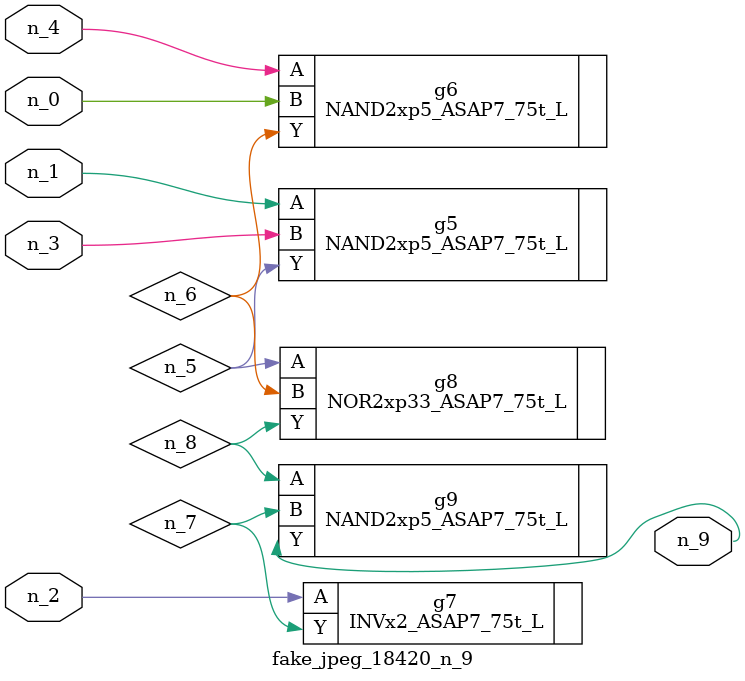
<source format=v>
module fake_jpeg_18420_n_9 (n_3, n_2, n_1, n_0, n_4, n_9);

input n_3;
input n_2;
input n_1;
input n_0;
input n_4;

output n_9;

wire n_8;
wire n_6;
wire n_5;
wire n_7;

NAND2xp5_ASAP7_75t_L g5 ( 
.A(n_1),
.B(n_3),
.Y(n_5)
);

NAND2xp5_ASAP7_75t_L g6 ( 
.A(n_4),
.B(n_0),
.Y(n_6)
);

INVx2_ASAP7_75t_L g7 ( 
.A(n_2),
.Y(n_7)
);

NOR2xp33_ASAP7_75t_L g8 ( 
.A(n_5),
.B(n_6),
.Y(n_8)
);

NAND2xp5_ASAP7_75t_L g9 ( 
.A(n_8),
.B(n_7),
.Y(n_9)
);


endmodule
</source>
